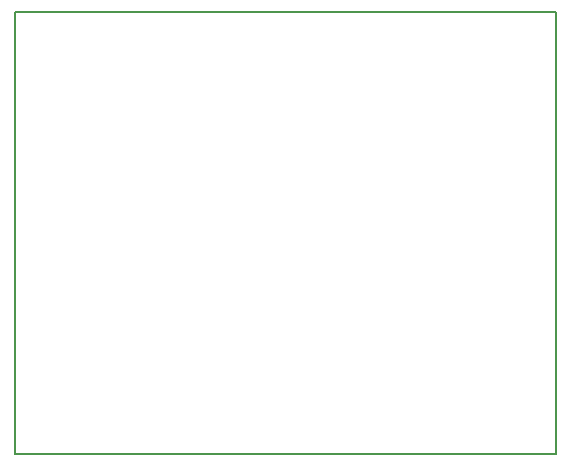
<source format=gm1>
G04 MADE WITH FRITZING*
G04 WWW.FRITZING.ORG*
G04 DOUBLE SIDED*
G04 HOLES PLATED*
G04 CONTOUR ON CENTER OF CONTOUR VECTOR*
%ASAXBY*%
%FSLAX23Y23*%
%MOIN*%
%OFA0B0*%
%SFA1.0B1.0*%
%ADD10R,1.811830X1.479020*%
%ADD11C,0.008000*%
%ADD10C,0.008*%
%LNCONTOUR*%
G90*
G70*
G54D10*
G54D11*
X4Y1475D02*
X1808Y1475D01*
X1808Y4D01*
X4Y4D01*
X4Y1475D01*
D02*
G04 End of contour*
M02*
</source>
